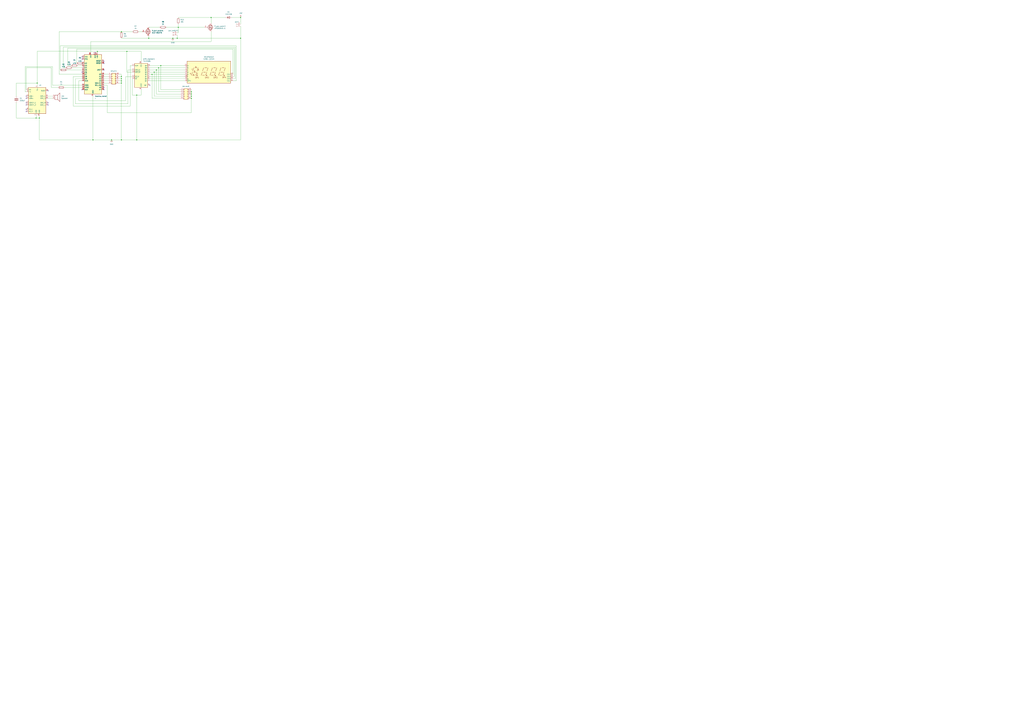
<source format=kicad_sch>
(kicad_sch (version 20230121) (generator eeschema)
  (paper "A0")
  (lib_symbols
    (symbol "74xx:74HC595"
      (property "Reference" "U" (at -7.62 13.97 0))
      (property "Value" "74HC595" (at -7.62 -16.51 0))
      (symbol "74HC595_1_0"
        (pin tri_state line (at 10.16 7.62 180) (length 2.54) (name "QB") (number "1"))
        (pin input line (at -10.16 2.54 0) (length 2.54) (name "~{SRCLR}") (number "10"))
        (pin input line (at -10.16 5.08 0) (length 2.54) (name "SRCLK") (number "11"))
        (pin input line (at -10.16 -2.54 0) (length 2.54) (name "RCLK") (number "12"))
        (pin input line (at -10.16 -5.08 0) (length 2.54) (name "~{OE}") (number "13"))
        (pin input line (at -10.16 10.16 0) (length 2.54) (name "SER") (number "14"))
        (pin tri_state line (at 10.16 10.16 180) (length 2.54) (name "QA") (number "15"))
        (pin power_in line (at 0 15.24 270) (length 2.54) (name "VCC") (number "16"))
        (pin tri_state line (at 10.16 5.08 180) (length 2.54) (name "QC") (number "2"))
        (pin tri_state line (at 10.16 2.54 180) (length 2.54) (name "QD") (number "3"))
        (pin tri_state line (at 10.16 0 180) (length 2.54) (name "QE") (number "4"))
        (pin tri_state line (at 10.16 -2.54 180) (length 2.54) (name "QF") (number "5"))
        (pin tri_state line (at 10.16 -5.08 180) (length 2.54) (name "QG") (number "6"))
        (pin tri_state line (at 10.16 -7.62 180) (length 2.54) (name "QH") (number "7"))
        (pin power_in line (at 0 -17.78 90) (length 2.54) (name "GND") (number "8"))
        (pin output line (at 10.16 -12.7 180) (length 2.54) (name "QH'") (number "9"))
      )
      (symbol "74HC595_1_1"
        (rectangle (start -7.62 12.7) (end 7.62 -15.24) (stroke (width 0.254)) (fill (type background)))
      )
    )
    (symbol "Connector:Conn_01x02_Pin" (pin_names (offset 1.016) hide)
      (property "Reference" "J" (at 0 2.54 0))
      (property "Value" "Conn_01x02_Pin" (at 0 -5.08 0))
      (symbol "Conn_01x02_Pin_1_1"
        (polyline (pts (xy 1.27 -2.54) (xy 0.8636 -2.54)) (stroke (width 0.1524)))
        (polyline (pts (xy 1.27 0) (xy 0.8636 0)) (stroke (width 0.1524)))
        (rectangle (start 0.8636 -2.413) (end 0 -2.667) (stroke (width 0.1524)) (fill (type outline)))
        (rectangle (start 0.8636 0.127) (end 0 -0.127) (stroke (width 0.1524)) (fill (type outline)))
        (pin passive line (at 5.08 0 180) (length 3.81) (name "Pin_1") (number "1"))
        (pin passive line (at 5.08 -2.54 180) (length 3.81) (name "Pin_2") (number "2"))
      )
    )
    (symbol "Connector:Conn_01x02_Socket" (pin_names (offset 1.016) hide)
      (property "Reference" "J" (at 0 2.54 0))
      (property "Value" "Conn_01x02_Socket" (at 0 -5.08 0))
      (symbol "Conn_01x02_Socket_1_1"
        (arc (start 0 -2.032) (mid -0.5058 -2.54) (end 0 -3.048) (stroke (width 0.1524)))
        (polyline (pts (xy -1.27 -2.54) (xy -0.508 -2.54)) (stroke (width 0.1524)))
        (polyline (pts (xy -1.27 0) (xy -0.508 0)) (stroke (width 0.1524)))
        (arc (start 0 0.508) (mid -0.5058 0) (end 0 -0.508) (stroke (width 0.1524)))
        (pin passive line (at -5.08 0 0) (length 3.81) (name "Pin_1") (number "1"))
        (pin passive line (at -5.08 -2.54 0) (length 3.81) (name "Pin_2") (number "2"))
      )
    )
    (symbol "Connector_Generic:Conn_02x05_Counter_Clockwise" (pin_names (offset 1.016) hide)
      (property "Reference" "J" (at 1.27 7.62 0))
      (property "Value" "Conn_02x05_Counter_Clockwise" (at 1.27 -7.62 0))
      (symbol "Conn_02x05_Counter_Clockwise_1_1"
        (rectangle (start -1.27 -4.953) (end 0 -5.207) (stroke (width 0.1524)))
        (rectangle (start -1.27 -2.413) (end 0 -2.667) (stroke (width 0.1524)))
        (rectangle (start -1.27 0.127) (end 0 -0.127) (stroke (width 0.1524)))
        (rectangle (start -1.27 2.667) (end 0 2.413) (stroke (width 0.1524)))
        (rectangle (start -1.27 5.207) (end 0 4.953) (stroke (width 0.1524)))
        (rectangle (start -1.27 6.35) (end 3.81 -6.35) (stroke (width 0.254)) (fill (type background)))
        (rectangle (start 3.81 -4.953) (end 2.54 -5.207) (stroke (width 0.1524)))
        (rectangle (start 3.81 -2.413) (end 2.54 -2.667) (stroke (width 0.1524)))
        (rectangle (start 3.81 0.127) (end 2.54 -0.127) (stroke (width 0.1524)))
        (rectangle (start 3.81 2.667) (end 2.54 2.413) (stroke (width 0.1524)))
        (rectangle (start 3.81 5.207) (end 2.54 4.953) (stroke (width 0.1524)))
        (pin passive line (at -5.08 5.08 0) (length 3.81) (name "Pin_1") (number "1"))
        (pin passive line (at 7.62 5.08 180) (length 3.81) (name "Pin_10") (number "10"))
        (pin passive line (at -5.08 2.54 0) (length 3.81) (name "Pin_2") (number "2"))
        (pin passive line (at -5.08 0 0) (length 3.81) (name "Pin_3") (number "3"))
        (pin passive line (at -5.08 -2.54 0) (length 3.81) (name "Pin_4") (number "4"))
        (pin passive line (at -5.08 -5.08 0) (length 3.81) (name "Pin_5") (number "5"))
        (pin passive line (at 7.62 -5.08 180) (length 3.81) (name "Pin_6") (number "6"))
        (pin passive line (at 7.62 -2.54 180) (length 3.81) (name "Pin_7") (number "7"))
        (pin passive line (at 7.62 0 180) (length 3.81) (name "Pin_8") (number "8"))
        (pin passive line (at 7.62 2.54 180) (length 3.81) (name "Pin_9") (number "9"))
      )
    )
    (symbol "Device:C" (pin_numbers hide) (pin_names (offset 0.254))
      (property "Reference" "C" (at 0.635 2.54 0))
      (property "Value" "C" (at 0.635 -2.54 0))
      (symbol "C_0_1"
        (polyline (pts (xy -2.032 -0.762) (xy 2.032 -0.762)) (stroke (width 0.508)))
        (polyline (pts (xy -2.032 0.762) (xy 2.032 0.762)) (stroke (width 0.508)))
      )
      (symbol "C_1_1"
        (pin passive line (at 0 3.81 270) (length 2.794) (name "~") (number "1"))
        (pin passive line (at 0 -3.81 90) (length 2.794) (name "~") (number "2"))
      )
    )
    (symbol "Device:R" (pin_numbers hide) (pin_names (offset 0))
      (property "Reference" "R" (at 2.032 0 90))
      (property "Value" "R" (at 0 0 90))
      (symbol "R_0_1"
        (rectangle (start -1.016 -2.54) (end 1.016 2.54) (stroke (width 0.254)))
      )
      (symbol "R_1_1"
        (pin passive line (at 0 3.81 270) (length 1.27) (name "~") (number "1"))
        (pin passive line (at 0 -3.81 90) (length 1.27) (name "~") (number "2"))
      )
    )
    (symbol "Device:Speaker" (pin_names (offset 0) hide)
      (property "Reference" "LS" (at 1.27 5.715 0))
      (property "Value" "Speaker" (at 1.27 3.81 0))
      (symbol "Speaker_0_0"
        (rectangle (start -2.54 1.27) (end 1.016 -3.81) (stroke (width 0.254)))
        (polyline (pts (xy 1.016 1.27) (xy 3.556 3.81) (xy 3.556 -6.35) (xy 1.016 -3.81)) (stroke (width 0.254)))
      )
      (symbol "Speaker_1_1"
        (pin input line (at -5.08 0 0) (length 2.54) (name "1") (number "1"))
        (pin input line (at -5.08 -2.54 0) (length 2.54) (name "2") (number "2"))
      )
    )
    (symbol "Diode:1N4148" (pin_numbers hide) (pin_names hide)
      (property "Reference" "D" (at 0 2.54 0))
      (property "Value" "1N4148" (at 0 -2.54 0))
      (symbol "1N4148_0_1"
        (polyline (pts (xy -1.27 1.27) (xy -1.27 -1.27)) (stroke (width 0.254)))
        (polyline (pts (xy 1.27 0) (xy -1.27 0)))
        (polyline (pts (xy 1.27 1.27) (xy 1.27 -1.27) (xy -1.27 0) (xy 1.27 1.27)) (stroke (width 0.254)))
      )
      (symbol "1N4148_1_1"
        (pin passive line (at -3.81 0 0) (length 2.54) (name "K") (number "1"))
        (pin passive line (at 3.81 0 180) (length 2.54) (name "A") (number "2"))
      )
    )
    (symbol "Display_Character:CA56-12EWA"
      (property "Reference" "U" (at -24.13 13.97 0))
      (property "Value" "CA56-12EWA" (at 19.05 13.97 0))
      (symbol "CA56-12EWA_0_0"
        (rectangle (start -25.4 12.7) (end 25.4 -12.7) (stroke (width 0.254)) (fill (type background)))
        (polyline (pts (xy -20.32 -3.81) (xy -19.05 0)) (stroke (width 0.254)))
        (polyline (pts (xy -19.05 -3.81) (xy -16.51 -3.81)) (stroke (width 0.254)))
        (polyline (pts (xy -18.796 1.27) (xy -17.526 5.08)) (stroke (width 0.254)))
        (polyline (pts (xy -17.78 0) (xy -15.24 0)) (stroke (width 0.254)))
        (polyline (pts (xy -16.256 5.08) (xy -13.716 5.08)) (stroke (width 0.254)))
        (polyline (pts (xy -15.24 -3.81) (xy -13.97 0)) (stroke (width 0.254)))
        (polyline (pts (xy -13.716 1.27) (xy -12.446 5.08)) (stroke (width 0.254)))
        (polyline (pts (xy -8.89 -3.81) (xy -7.62 0)) (stroke (width 0.254)))
        (polyline (pts (xy -7.62 -3.81) (xy -5.08 -3.81)) (stroke (width 0.254)))
        (polyline (pts (xy -7.366 1.27) (xy -6.096 5.08)) (stroke (width 0.254)))
        (polyline (pts (xy -6.35 0) (xy -3.81 0)) (stroke (width 0.254)))
        (polyline (pts (xy -4.826 5.08) (xy -2.286 5.08)) (stroke (width 0.254)))
        (polyline (pts (xy -3.81 -3.81) (xy -2.54 0)) (stroke (width 0.254)))
        (polyline (pts (xy -2.286 1.27) (xy -1.016 5.08)) (stroke (width 0.254)))
        (polyline (pts (xy 1.27 -3.81) (xy 2.54 0)) (stroke (width 0.254)))
        (polyline (pts (xy 2.54 -3.81) (xy 5.08 -3.81)) (stroke (width 0.254)))
        (polyline (pts (xy 2.794 1.27) (xy 4.064 5.08)) (stroke (width 0.254)))
        (polyline (pts (xy 3.81 0) (xy 6.35 0)) (stroke (width 0.254)))
        (polyline (pts (xy 5.334 5.08) (xy 7.874 5.08)) (stroke (width 0.254)))
        (polyline (pts (xy 6.35 -3.81) (xy 7.62 0)) (stroke (width 0.254)))
        (polyline (pts (xy 7.874 1.27) (xy 9.144 5.08)) (stroke (width 0.254)))
        (polyline (pts (xy 11.176 -3.81) (xy 12.446 0)) (stroke (width 0.254)))
        (polyline (pts (xy 12.446 -3.81) (xy 14.986 -3.81)) (stroke (width 0.254)))
        (polyline (pts (xy 12.7 1.27) (xy 13.97 5.08)) (stroke (width 0.254)))
        (polyline (pts (xy 13.716 0) (xy 16.256 0)) (stroke (width 0.254)))
        (polyline (pts (xy 15.24 5.08) (xy 17.78 5.08)) (stroke (width 0.254)))
        (polyline (pts (xy 16.256 -3.81) (xy 17.526 0)) (stroke (width 0.254)))
        (polyline (pts (xy 17.78 1.27) (xy 19.05 5.08)) (stroke (width 0.254)))
        (text "a" (at -15.24 6.35 0) (effects (font (size 1.524 1.524))))
        (text "b" (at -12.192 2.794 0) (effects (font (size 1.524 1.524))))
        (text "c" (at -13.208 -1.778 0) (effects (font (size 1.524 1.524))))
        (text "d" (at -17.78 -2.794 0) (effects (font (size 1.524 1.524))))
        (text "DP1" (at -13.716 -6.35 0) (effects (font (size 1.524 1.524))))
        (text "DP2" (at -2.286 -6.35 0) (effects (font (size 1.524 1.524))))
        (text "DP3" (at 7.62 -6.35 0) (effects (font (size 1.524 1.524))))
        (text "DP4" (at 17.78 -6.096 0) (effects (font (size 1.524 1.524))))
        (text "e" (at -21.336 -1.524 0) (effects (font (size 1.524 1.524))))
        (text "f" (at -19.558 3.048 0) (effects (font (size 1.524 1.524))))
        (text "g" (at -16.51 1.524 0) (effects (font (size 1.524 1.524))))
      )
      (symbol "CA56-12EWA_0_1"
        (circle (center -13.716 -3.81) (radius 0.3556) (stroke (width 0.254)) (fill (type outline)))
        (circle (center -2.54 -3.81) (radius 0.3556) (stroke (width 0.254)) (fill (type outline)))
      )
      (symbol "CA56-12EWA_1_0"
        (circle (center 7.62 -4.064) (radius 0.3556) (stroke (width 0.254)) (fill (type outline)))
        (circle (center 17.78 -3.81) (radius 0.3556) (stroke (width 0.254)) (fill (type outline)))
      )
      (symbol "CA56-12EWA_1_1"
        (pin input line (at -27.94 -2.54 0) (length 2.54) (name "e") (number "1"))
        (pin input line (at -27.94 -5.08 0) (length 2.54) (name "f") (number "10"))
        (pin input line (at -27.94 7.62 0) (length 2.54) (name "a") (number "11"))
        (pin input line (at 27.94 -2.54 180) (length 2.54) (name "CA1") (number "12"))
        (pin input line (at -27.94 0 0) (length 2.54) (name "d") (number "2"))
        (pin input line (at -27.94 -10.16 0) (length 2.54) (name "DPX") (number "3"))
        (pin input line (at -27.94 2.54 0) (length 2.54) (name "c") (number "4"))
        (pin input line (at -27.94 -7.62 0) (length 2.54) (name "g") (number "5"))
        (pin input line (at 27.94 -10.16 180) (length 2.54) (name "CA4") (number "6"))
        (pin input line (at -27.94 5.08 0) (length 2.54) (name "b") (number "7"))
        (pin input line (at 27.94 -7.62 180) (length 2.54) (name "CA3") (number "8"))
        (pin input line (at 27.94 -5.08 180) (length 2.54) (name "CA2") (number "9"))
      )
    )
    (symbol "MCU_Module:Arduino_Nano_Every"
      (property "Reference" "A" (at -10.16 23.495 0))
      (property "Value" "Arduino_Nano_Every" (at 5.08 -24.13 0))
      (symbol "Arduino_Nano_Every_0_1"
        (rectangle (start -10.16 22.86) (end 10.16 -22.86) (stroke (width 0.254)) (fill (type background)))
      )
      (symbol "Arduino_Nano_Every_1_1"
        (pin bidirectional line (at -12.7 20.32 0) (length 2.54) (name "TX1") (number "1"))
        (pin bidirectional line (at -12.7 0 0) (length 2.54) (name "D7") (number "10"))
        (pin bidirectional line (at -12.7 -2.54 0) (length 2.54) (name "D8") (number "11"))
        (pin bidirectional line (at -12.7 -5.08 0) (length 2.54) (name "D9") (number "12"))
        (pin bidirectional line (at -12.7 -7.62 0) (length 2.54) (name "D10") (number "13"))
        (pin bidirectional line (at -12.7 -12.7 0) (length 2.54) (name "MOSI") (number "14"))
        (pin bidirectional line (at -12.7 -15.24 0) (length 2.54) (name "MISO") (number "15"))
        (pin bidirectional line (at -12.7 -17.78 0) (length 2.54) (name "SCK") (number "16"))
        (pin power_out line (at 2.54 25.4 270) (length 2.54) (name "3V3") (number "17"))
        (pin input line (at 12.7 5.08 180) (length 2.54) (name "AREF") (number "18"))
        (pin bidirectional line (at 12.7 0 180) (length 2.54) (name "A0") (number "19"))
        (pin bidirectional line (at -12.7 17.78 0) (length 2.54) (name "RX1") (number "2"))
        (pin bidirectional line (at 12.7 -2.54 180) (length 2.54) (name "A1") (number "20"))
        (pin bidirectional line (at 12.7 -5.08 180) (length 2.54) (name "A2") (number "21"))
        (pin bidirectional line (at 12.7 -7.62 180) (length 2.54) (name "A3") (number "22"))
        (pin bidirectional line (at 12.7 -10.16 180) (length 2.54) (name "SDA/A4") (number "23"))
        (pin bidirectional line (at 12.7 -12.7 180) (length 2.54) (name "SCL/A5") (number "24"))
        (pin bidirectional line (at 12.7 -15.24 180) (length 2.54) (name "A6") (number "25"))
        (pin bidirectional line (at 12.7 -17.78 180) (length 2.54) (name "A7") (number "26"))
        (pin power_out line (at 5.08 25.4 270) (length 2.54) (name "+5V") (number "27"))
        (pin input line (at 12.7 12.7 180) (length 2.54) (name "~{RESET}") (number "28"))
        (pin passive line (at 0 -25.4 90) (length 2.54) hide (name "GND") (number "29"))
        (pin input line (at 12.7 15.24 180) (length 2.54) (name "~{RESET}") (number "3"))
        (pin power_in line (at -2.54 25.4 270) (length 2.54) (name "VIN") (number "30"))
        (pin power_in line (at 0 -25.4 90) (length 2.54) (name "GND") (number "4"))
        (pin bidirectional line (at -12.7 12.7 0) (length 2.54) (name "D2") (number "5"))
        (pin bidirectional line (at -12.7 10.16 0) (length 2.54) (name "D3") (number "6"))
        (pin bidirectional line (at -12.7 7.62 0) (length 2.54) (name "D4") (number "7"))
        (pin bidirectional line (at -12.7 5.08 0) (length 2.54) (name "D5") (number "8"))
        (pin bidirectional line (at -12.7 2.54 0) (length 2.54) (name "D6") (number "9"))
      )
    )
    (symbol "Transistor_FET:2N7000" (pin_names hide)
      (property "Reference" "Q" (at 5.08 1.905 0))
      (property "Value" "2N7000" (at 5.08 0 0))
      (symbol "2N7000_0_1"
        (polyline (pts (xy 0.254 0) (xy -2.54 0)))
        (polyline (pts (xy 0.254 1.905) (xy 0.254 -1.905)) (stroke (width 0.254)))
        (polyline (pts (xy 0.762 -1.27) (xy 0.762 -2.286)) (stroke (width 0.254)))
        (polyline (pts (xy 0.762 0.508) (xy 0.762 -0.508)) (stroke (width 0.254)))
        (polyline (pts (xy 0.762 2.286) (xy 0.762 1.27)) (stroke (width 0.254)))
        (polyline (pts (xy 2.54 2.54) (xy 2.54 1.778)))
        (polyline (pts (xy 2.54 -2.54) (xy 2.54 0) (xy 0.762 0)))
        (polyline (pts (xy 0.762 -1.778) (xy 3.302 -1.778) (xy 3.302 1.778) (xy 0.762 1.778)))
        (polyline (pts (xy 1.016 0) (xy 2.032 0.381) (xy 2.032 -0.381) (xy 1.016 0)) (fill (type outline)))
        (polyline (pts (xy 2.794 0.508) (xy 2.921 0.381) (xy 3.683 0.381) (xy 3.81 0.254)))
        (polyline (pts (xy 3.302 0.381) (xy 2.921 -0.254) (xy 3.683 -0.254) (xy 3.302 0.381)))
        (circle (center 1.651 0) (radius 2.794) (stroke (width 0.254)))
        (circle (center 2.54 -1.778) (radius 0.254) (fill (type outline)))
        (circle (center 2.54 1.778) (radius 0.254) (fill (type outline)))
      )
      (symbol "2N7000_1_1"
        (pin passive line (at 2.54 -5.08 90) (length 2.54) (name "S") (number "1"))
        (pin input line (at -5.08 0 0) (length 2.54) (name "G") (number "2"))
        (pin passive line (at 2.54 5.08 270) (length 2.54) (name "D") (number "3"))
      )
    )
    (symbol "Transistor_FET:BS250" (pin_names hide)
      (property "Reference" "Q" (at 5.08 1.905 0))
      (property "Value" "BS250" (at 5.08 0 0))
      (symbol "BS250_0_1"
        (polyline (pts (xy 0.254 0) (xy -2.54 0)))
        (polyline (pts (xy 0.254 1.905) (xy 0.254 -1.905)) (stroke (width 0.254)))
        (polyline (pts (xy 0.762 -1.27) (xy 0.762 -2.286)) (stroke (width 0.254)))
        (polyline (pts (xy 0.762 0.508) (xy 0.762 -0.508)) (stroke (width 0.254)))
        (polyline (pts (xy 0.762 2.286) (xy 0.762 1.27)) (stroke (width 0.254)))
        (polyline (pts (xy 2.54 2.54) (xy 2.54 1.778)))
        (polyline (pts (xy 2.54 -2.54) (xy 2.54 0) (xy 0.762 0)))
        (polyline (pts (xy 0.762 1.778) (xy 3.302 1.778) (xy 3.302 -1.778) (xy 0.762 -1.778)))
        (polyline (pts (xy 2.286 0) (xy 1.27 0.381) (xy 1.27 -0.381) (xy 2.286 0)) (fill (type outline)))
        (polyline (pts (xy 2.794 -0.508) (xy 2.921 -0.381) (xy 3.683 -0.381) (xy 3.81 -0.254)))
        (polyline (pts (xy 3.302 -0.381) (xy 2.921 0.254) (xy 3.683 0.254) (xy 3.302 -0.381)))
        (circle (center 1.651 0) (radius 2.794) (stroke (width 0.254)))
        (circle (center 2.54 -1.778) (radius 0.254) (fill (type outline)))
        (circle (center 2.54 1.778) (radius 0.254) (fill (type outline)))
      )
      (symbol "BS250_1_1"
        (pin passive line (at 2.54 5.08 270) (length 2.54) (name "D") (number "1"))
        (pin input line (at -5.08 0 0) (length 2.54) (name "G") (number "2"))
        (pin passive line (at 2.54 -5.08 90) (length 2.54) (name "S") (number "3"))
      )
    )
    (symbol "aurel_lib:DFPlayerMini" (in_bom no) (on_board no)
      (property "Reference" "U" (at -24.13 -2.54 0))
      (symbol "DFPlayerMini_0_1"
        (rectangle (start -13.97 20.32) (end 6.35 -10.16) (stroke (width 0.254)) (fill (type background)))
      )
      (symbol "DFPlayerMini_1_1"
        (pin power_in line (at -3.81 22.86 270) (length 2.54) (name "Vcc") (number "1"))
        (pin power_in line (at -1.27 -12.7 90) (length 2.54) (name "GND") (number "10"))
        (pin input line (at -16.51 -7.62 0) (length 2.54) (name "IO_2") (number "11"))
        (pin input line (at -16.51 2.54 0) (length 2.54) (name "ADKEY_1") (number "12"))
        (pin input line (at -16.51 0 0) (length 2.54) (name "ADKEY_2") (number "13"))
        (pin input line (at -16.51 7.62 0) (length 2.54) (name "USB+") (number "14"))
        (pin input line (at -16.51 10.16 0) (length 2.54) (name "USB-") (number "15"))
        (pin output line (at 8.89 16.51 180) (length 2.54) (name "BUSY") (number "16"))
        (pin input line (at -16.51 17.78 0) (length 2.54) (name "RX") (number "2"))
        (pin input line (at -16.51 15.24 0) (length 2.54) (name "TX") (number "3"))
        (pin output line (at 8.89 2.54 180) (length 2.54) (name "DAC_R") (number "4"))
        (pin output line (at 8.89 0 180) (length 2.54) (name "DAC_L") (number "5"))
        (pin output line (at 8.89 10.16 180) (length 2.54) (name "SPK_1") (number "6"))
        (pin power_in line (at -5.08 -12.7 90) (length 2.54) (name "GND") (number "7"))
        (pin output line (at 8.89 7.62 180) (length 2.54) (name "SPK_2") (number "8"))
        (pin input line (at -16.51 -5.08 0) (length 2.54) (name "IO_1") (number "9"))
      )
    )
    (symbol "power:+6V" (power) (pin_names (offset 0))
      (property "Value" "+6V" (at 0 3.556 0))
      (symbol "+6V_0_1"
        (polyline (pts (xy -0.762 1.27) (xy 0 2.54)))
        (polyline (pts (xy 0 0) (xy 0 2.54)))
        (polyline (pts (xy 0 2.54) (xy 0.762 1.27)))
      )
      (symbol "+6V_1_1"
        (pin power_in line (at 0 0 90) (length 0) hide (name "+6V") (number "1"))
      )
    )
    (symbol "power:GND" (power) (pin_names (offset 0))
      (property "Value" "GND" (at 0 -3.81 0))
      (symbol "GND_0_1"
        (polyline (pts (xy 0 0) (xy 0 -1.27) (xy 1.27 -1.27) (xy 0 -2.54) (xy -1.27 -1.27) (xy 0 -1.27)))
      )
      (symbol "GND_1_1"
        (pin power_in line (at 0 0 270) (length 0) hide (name "GND") (number "1"))
      )
    )
  )
  (junction (at 147.32 59.69))
  (junction (at 186.69 76.2))
  (junction (at 172.72 44.45))
  (junction (at 200.66 44.45))
  (junction (at 129.54 162.56))
  (junction (at 158.75 162.56))
  (junction (at 222.25 114.3))
  (junction (at 140.97 88.9))
  (junction (at 43.18 96.52))
  (junction (at 181.61 81.28))
  (junction (at 184.15 78.74))
  (junction (at 140.97 91.44))
  (junction (at 113.03 59.69))
  (junction (at 41.91 137.16))
  (junction (at 245.11 20.32))
  (junction (at 179.07 83.82))
  (junction (at 176.53 86.36))
  (junction (at 222.25 109.22))
  (junction (at 107.95 162.56))
  (junction (at 140.97 93.98))
  (junction (at 140.97 162.56))
  (junction (at 207.01 31.75))
  (junction (at 279.4 20.32))
  (junction (at 140.97 96.52))
  (junction (at 45.72 137.16))
  (junction (at 158.75 110.49))
  (junction (at 222.25 111.76))
  (junction (at 205.74 44.45))
  (junction (at 222.25 106.68))
  (junction (at 140.97 36.83))
  (junction (at 279.4 44.45))
  (no_connect (at 55.88 119.38))
  (no_connect (at 30.48 129.54))
  (no_connect (at 95.25 68.58))
  (no_connect (at 30.48 114.3))
  (no_connect (at 120.65 73.66))
  (no_connect (at 55.88 121.92))
  (no_connect (at 30.48 127))
  (no_connect (at 120.65 71.12))
  (no_connect (at 95.25 83.82))
  (no_connect (at 120.65 81.28))
  (no_connect (at 120.65 101.6))
  (no_connect (at 173.99 99.06))
  (no_connect (at 55.88 105.41))
  (no_connect (at 30.48 121.92))
  (no_connect (at 120.65 104.14))
  (no_connect (at 110.49 60.96))
  (no_connect (at 95.25 104.14))
  (no_connect (at 95.25 66.04))
  (no_connect (at 30.48 119.38))
  (no_connect (at 30.48 111.76))
  (wire (pts (xy 19.05 137.16) (xy 41.91 137.16)))
  (wire (pts (xy 120.65 91.44) (xy 125.73 91.44)))
  (wire (pts (xy 77.47 81.28) (xy 95.25 81.28)))
  (wire (pts (xy 68.58 36.83) (xy 140.97 36.83)))
  (wire (pts (xy 19.05 119.38) (xy 19.05 137.16)))
  (wire (pts (xy 43.18 96.52) (xy 43.18 59.69)))
  (wire (pts (xy 193.04 31.75) (xy 207.01 31.75)))
  (wire (pts (xy 273.05 54.61) (xy 273.05 91.44)))
  (wire (pts (xy 69.85 53.34) (xy 69.85 81.28)))
  (wire (pts (xy 151.13 76.2) (xy 151.13 123.19)))
  (wire (pts (xy 181.61 109.22) (xy 209.55 109.22)))
  (wire (pts (xy 148.59 81.28) (xy 148.59 120.65)))
  (wire (pts (xy 173.99 86.36) (xy 176.53 86.36)))
  (wire (pts (xy 45.72 134.62) (xy 45.72 137.16)))
  (wire (pts (xy 87.63 91.44) (xy 95.25 91.44)))
  (wire (pts (xy 173.99 83.82) (xy 179.07 83.82)))
  (wire (pts (xy 45.72 137.16) (xy 45.72 162.56)))
  (wire (pts (xy 73.66 78.74) (xy 76.2 78.74)))
  (wire (pts (xy 173.99 88.9) (xy 214.63 88.9)))
  (wire (pts (xy 19.05 96.52) (xy 43.18 96.52)))
  (wire (pts (xy 78.74 76.2) (xy 82.55 76.2)))
  (wire (pts (xy 73.66 54.61) (xy 73.66 78.74)))
  (wire (pts (xy 222.25 130.81) (xy 124.46 130.81)))
  (wire (pts (xy 222.25 104.14) (xy 222.25 106.68)))
  (wire (pts (xy 138.43 88.9) (xy 140.97 88.9)))
  (wire (pts (xy 222.25 106.68) (xy 222.25 109.22)))
  (wire (pts (xy 140.97 36.83) (xy 153.67 36.83)))
  (wire (pts (xy 205.74 40.64) (xy 205.74 44.45)))
  (wire (pts (xy 207.01 31.75) (xy 237.49 31.75)))
  (wire (pts (xy 279.4 20.32) (xy 279.4 27.94)))
  (wire (pts (xy 163.83 110.49) (xy 158.75 110.49)))
  (wire (pts (xy 43.18 59.69) (xy 113.03 59.69)))
  (wire (pts (xy 140.97 44.45) (xy 172.72 44.45)))
  (wire (pts (xy 148.59 120.65) (xy 87.63 120.65)))
  (wire (pts (xy 43.18 99.06) (xy 43.18 96.52)))
  (wire (pts (xy 207.01 20.32) (xy 245.11 20.32)))
  (wire (pts (xy 41.91 137.16) (xy 45.72 137.16)))
  (wire (pts (xy 279.4 30.48) (xy 279.4 44.45)))
  (wire (pts (xy 85.09 88.9) (xy 95.25 88.9)))
  (wire (pts (xy 158.75 162.56) (xy 140.97 162.56)))
  (wire (pts (xy 68.58 36.83) (xy 68.58 86.36)))
  (wire (pts (xy 88.9 57.15) (xy 88.9 73.66)))
  (wire (pts (xy 91.44 93.98) (xy 95.25 93.98)))
  (wire (pts (xy 279.4 44.45) (xy 205.74 44.45)))
  (wire (pts (xy 140.97 86.36) (xy 140.97 88.9)))
  (wire (pts (xy 173.99 81.28) (xy 181.61 81.28)))
  (wire (pts (xy 147.32 59.69) (xy 163.83 59.69)))
  (wire (pts (xy 55.88 111.76) (xy 60.96 111.76)))
  (wire (pts (xy 151.13 123.19) (xy 85.09 123.19)))
  (wire (pts (xy 161.29 36.83) (xy 165.1 36.83)))
  (wire (pts (xy 95.25 86.36) (xy 68.58 86.36)))
  (wire (pts (xy 176.53 86.36) (xy 176.53 114.3)))
  (wire (pts (xy 274.32 53.34) (xy 274.32 93.98)))
  (wire (pts (xy 273.05 91.44) (xy 270.51 91.44)))
  (wire (pts (xy 140.97 91.44) (xy 140.97 93.98)))
  (wire (pts (xy 124.46 99.06) (xy 120.65 99.06)))
  (wire (pts (xy 172.72 44.45) (xy 200.66 44.45)))
  (wire (pts (xy 120.65 93.98) (xy 125.73 93.98)))
  (wire (pts (xy 153.67 110.49) (xy 158.75 110.49)))
  (wire (pts (xy 269.24 20.32) (xy 279.4 20.32)))
  (wire (pts (xy 120.65 86.36) (xy 125.73 86.36)))
  (wire (pts (xy 207.01 38.1) (xy 205.74 38.1)))
  (wire (pts (xy 73.66 54.61) (xy 273.05 54.61)))
  (wire (pts (xy 146.05 88.9) (xy 146.05 116.84)))
  (wire (pts (xy 270.51 57.15) (xy 270.51 86.36)))
  (wire (pts (xy 245.11 20.32) (xy 261.62 20.32)))
  (wire (pts (xy 186.69 76.2) (xy 186.69 104.14)))
  (wire (pts (xy 95.25 101.6) (xy 74.93 101.6)))
  (wire (pts (xy 153.67 81.28) (xy 148.59 81.28)))
  (wire (pts (xy 120.65 88.9) (xy 125.73 88.9)))
  (wire (pts (xy 138.43 96.52) (xy 140.97 96.52)))
  (wire (pts (xy 113.03 59.69) (xy 113.03 60.96)))
  (wire (pts (xy 95.25 99.06) (xy 60.96 99.06)))
  (wire (pts (xy 140.97 96.52) (xy 140.97 162.56)))
  (wire (pts (xy 181.61 81.28) (xy 214.63 81.28)))
  (wire (pts (xy 179.07 111.76) (xy 209.55 111.76)))
  (wire (pts (xy 107.95 111.76) (xy 107.95 162.56)))
  (wire (pts (xy 87.63 120.65) (xy 87.63 91.44)))
  (wire (pts (xy 59.69 101.6) (xy 59.69 78.74)))
  (wire (pts (xy 181.61 81.28) (xy 181.61 109.22)))
  (wire (pts (xy 78.74 55.88) (xy 271.78 55.88)))
  (wire (pts (xy 83.82 78.74) (xy 95.25 78.74)))
  (wire (pts (xy 173.99 91.44) (xy 214.63 91.44)))
  (wire (pts (xy 173.99 76.2) (xy 186.69 76.2)))
  (wire (pts (xy 19.05 111.76) (xy 19.05 96.52)))
  (wire (pts (xy 91.44 116.84) (xy 91.44 93.98)))
  (wire (pts (xy 105.41 48.26) (xy 105.41 60.96)))
  (wire (pts (xy 173.99 93.98) (xy 214.63 93.98)))
  (wire (pts (xy 222.25 109.22) (xy 222.25 111.76)))
  (wire (pts (xy 140.97 93.98) (xy 140.97 96.52)))
  (wire (pts (xy 124.46 130.81) (xy 124.46 99.06)))
  (wire (pts (xy 153.67 83.82) (xy 147.32 83.82)))
  (wire (pts (xy 207.01 31.75) (xy 207.01 38.1)))
  (wire (pts (xy 30.48 78.74) (xy 30.48 104.14)))
  (wire (pts (xy 207.01 27.94) (xy 207.01 31.75)))
  (wire (pts (xy 153.67 76.2) (xy 151.13 76.2)))
  (wire (pts (xy 147.32 59.69) (xy 147.32 83.82)))
  (wire (pts (xy 138.43 93.98) (xy 140.97 93.98)))
  (wire (pts (xy 176.53 114.3) (xy 209.55 114.3)))
  (wire (pts (xy 173.99 78.74) (xy 184.15 78.74)))
  (wire (pts (xy 186.69 76.2) (xy 214.63 76.2)))
  (wire (pts (xy 138.43 86.36) (xy 140.97 86.36)))
  (wire (pts (xy 163.83 59.69) (xy 163.83 71.12)))
  (wire (pts (xy 29.21 77.47) (xy 60.96 77.47)))
  (wire (pts (xy 222.25 130.81) (xy 222.25 114.3)))
  (wire (pts (xy 245.11 48.26) (xy 245.11 36.83)))
  (wire (pts (xy 184.15 78.74) (xy 184.15 106.68)))
  (wire (pts (xy 140.97 88.9) (xy 140.97 91.44)))
  (wire (pts (xy 271.78 55.88) (xy 271.78 88.9)))
  (wire (pts (xy 59.69 78.74) (xy 30.48 78.74)))
  (wire (pts (xy 90.17 76.2) (xy 95.25 76.2)))
  (wire (pts (xy 41.91 134.62) (xy 41.91 137.16)))
  (wire (pts (xy 172.72 31.75) (xy 185.42 31.75)))
  (wire (pts (xy 120.65 96.52) (xy 125.73 96.52)))
  (wire (pts (xy 186.69 104.14) (xy 209.55 104.14)))
  (wire (pts (xy 113.03 59.69) (xy 147.32 59.69)))
  (wire (pts (xy 45.72 162.56) (xy 107.95 162.56)))
  (wire (pts (xy 271.78 88.9) (xy 270.51 88.9)))
  (wire (pts (xy 279.4 162.56) (xy 158.75 162.56)))
  (wire (pts (xy 60.96 99.06) (xy 60.96 77.47)))
  (wire (pts (xy 205.74 44.45) (xy 200.66 44.45)))
  (wire (pts (xy 29.21 106.68) (xy 30.48 106.68)))
  (wire (pts (xy 88.9 57.15) (xy 270.51 57.15)))
  (wire (pts (xy 179.07 83.82) (xy 179.07 111.76)))
  (wire (pts (xy 96.52 73.66) (xy 95.25 73.66)))
  (wire (pts (xy 163.83 104.14) (xy 163.83 110.49)))
  (wire (pts (xy 67.31 101.6) (xy 59.69 101.6)))
  (wire (pts (xy 105.41 48.26) (xy 245.11 48.26)))
  (wire (pts (xy 107.95 162.56) (xy 129.54 162.56)))
  (wire (pts (xy 29.21 77.47) (xy 29.21 106.68)))
  (wire (pts (xy 158.75 110.49) (xy 158.75 162.56)))
  (wire (pts (xy 153.67 91.44) (xy 153.67 110.49)))
  (wire (pts (xy 179.07 83.82) (xy 214.63 83.82)))
  (wire (pts (xy 279.4 44.45) (xy 279.4 162.56)))
  (wire (pts (xy 184.15 78.74) (xy 214.63 78.74)))
  (wire (pts (xy 55.88 114.3) (xy 60.96 114.3)))
  (wire (pts (xy 146.05 116.84) (xy 91.44 116.84)))
  (wire (pts (xy 140.97 162.56) (xy 129.54 162.56)))
  (wire (pts (xy 184.15 106.68) (xy 209.55 106.68)))
  (wire (pts (xy 245.11 20.32) (xy 245.11 26.67)))
  (wire (pts (xy 176.53 86.36) (xy 214.63 86.36)))
  (wire (pts (xy 69.85 53.34) (xy 274.32 53.34)))
  (wire (pts (xy 274.32 93.98) (xy 270.51 93.98)))
  (wire (pts (xy 138.43 91.44) (xy 140.97 91.44)))
  (wire (pts (xy 172.72 41.91) (xy 172.72 44.45)))
  (wire (pts (xy 222.25 111.76) (xy 222.25 114.3)))
  (wire (pts (xy 78.74 55.88) (xy 78.74 76.2)))
  (wire (pts (xy 85.09 123.19) (xy 85.09 88.9)))
  (wire (pts (xy 153.67 88.9) (xy 146.05 88.9)))
  (symbol (lib_id "Diode:1N4148") (at 265.43 20.32 0) (unit 1)
    (property "Reference" "D1" (at 265.43 13.97 0))
    (property "Value" "1N4148" (at 265.43 16.51 0))
    (property "Footprint" "Diode_THT:D_DO-35_SOD27_P7.62mm_Horizontal" (effects hide))
    (property "Datasheet" "https://assets.nexperia.com/documents/data-sheet/1N4148_1N4448.pdf" (effects hide))
    (property "Sim.Device" "D" (effects hide))
    (property "Sim.Pins" "1=K 2=A" (effects hide))
  )
  (symbol (lib_id "MCU_Module:Arduino_Nano_Every") (at 107.95 86.36 0) (unit 1)
    (property "Reference" "Arduino_nano1" (at 110.1441 111.76 0) (effects (justify left)))
    (property "Value" "~" (at 110.1441 114.3 0) (effects (justify left)))
    (property "Footprint" "Module:Arduino_Nano" (effects hide))
    (property "Datasheet" "https://content.arduino.cc/assets/NANOEveryV3.0_sch.pdf" (effects hide))
  )
  (symbol (lib_id "Device:R") (at 71.12 101.6 90) (unit 1)
    (property "Reference" "R1" (at 71.12 95.25 90))
    (property "Value" "1k" (at 71.12 97.79 90))
  )
  (symbol (lib_id "Device:R") (at 207.01 24.13 0) (unit 1)
    (property "Reference" "R13" (at 209.55 22.86 0) (effects (justify left)))
    (property "Value" "10k" (at 209.55 25.4 0) (effects (justify left)))
  )
  (symbol (lib_id "Transistor_FET:BS250") (at 242.57 31.75 0) (unit 1)
    (property "Reference" "P_pwr_swtch1" (at 248.92 30.48 0) (effects (justify left)))
    (property "Value" "VP3203N3-G" (at 248.92 33.02 0) (effects (justify left)))
    (property "Footprint" "Package_TO_SOT_THT:TO-92_Inline" (effects hide))
    (property "Datasheet" "http://www.vishay.com/docs/70209/70209.pdf" (effects hide))
  )
  (symbol (lib_id "Connector_Generic:Conn_02x05_Counter_Clockwise") (at 130.81 91.44 0) (unit 1)
    (property "Reference" "btn_in1" (at 132.08 82.55 0))
    (property "Value" "~" (at 132.08 82.55 0))
    (property "Footprint" "Connector_PinHeader_2.54mm:PinHeader_2x05_P2.54mm_Vertical" (effects hide))
  )
  (symbol (lib_id "74xx:74HC595") (at 163.83 86.36 0) (unit 1)
    (property "Reference" "shift_register1" (at 166.0241 68.58 0) (effects (justify left)))
    (property "Value" "74HC595" (at 166.0241 71.12 0) (effects (justify left)))
    (property "Footprint" "Package_DIP:DIP-16_W7.62mm" (effects hide))
    (property "Datasheet" "http://www.ti.com/lit/ds/symlink/sn74hc595.pdf" (effects hide))
  )
  (symbol (lib_id "Device:R") (at 80.01 78.74 90) (unit 1)
    (property "Reference" "R3" (at 80.01 72.39 90))
    (property "Value" "470" (at 80.01 74.93 90))
    (property "Footprint" "Resistor_THT:R_Axial_DIN0204_L3.6mm_D1.6mm_P1.90mm_Vertical" (effects hide))
  )
  (symbol (lib_id "Connector_Generic:Conn_02x05_Counter_Clockwise") (at 214.63 109.22 0) (unit 1)
    (property "Reference" "btn_out1" (at 215.9 100.33 0))
    (property "Value" "~" (at 215.9 100.33 0))
    (property "Footprint" "Connector_PinHeader_2.54mm:PinHeader_2x05_P2.54mm_Vertical" (effects hide))
  )
  (symbol (lib_id "Connector:Conn_01x02_Socket") (at 274.32 30.48 180) (unit 1)
    (property "Reference" "pwr1" (at 274.955 25.4 0))
    (property "Value" "Conn_01x02_Socket" (effects hide))
    (property "Footprint" "Connector_PinSocket_1.27mm:PinSocket_1x02_P1.27mm_Vertical" (effects hide))
  )
  (symbol (lib_id "Device:R") (at 92.71 73.66 90) (unit 1)
    (property "Reference" "R5" (at 92.71 67.31 90))
    (property "Value" "470" (at 92.71 71.12 90))
    (property "Footprint" "Resistor_THT:R_Axial_DIN0204_L3.6mm_D1.6mm_P1.90mm_Vertical" (effects hide))
  )
  (symbol (lib_id "power:GND") (at 129.54 162.56 0) (unit 1)
    (property "Reference" "#PWR01" (effects hide))
    (property "Value" "GND" (at 129.54 167.64 0))
  )
  (symbol (lib_id "Device:R") (at 86.36 76.2 90) (unit 1)
    (property "Reference" "R4" (at 86.36 69.85 90))
    (property "Value" "470" (at 86.36 73.66 90))
    (property "Footprint" "Resistor_THT:R_Axial_DIN0204_L3.6mm_D1.6mm_P1.90mm_Vertical" (effects hide))
  )
  (symbol (lib_id "Connector:Conn_01x02_Pin") (at 200.66 38.1 0) (unit 1)
    (property "Reference" "pwr_switch1" (at 201.295 35.56 0))
    (property "Value" "~" (at 202.565 36.83 90) (effects (justify left)))
    (property "Footprint" "Connector_PinHeader_2.54mm:PinHeader_1x02_P2.54mm_Vertical" (effects hide))
  )
  (symbol (lib_id "Transistor_FET:2N7000") (at 170.18 36.83 0) (unit 1)
    (property "Reference" "N_pwr_swtch1" (at 176.53 35.56 0) (effects (justify left)))
    (property "Value" "512-BS270" (at 176.53 38.1 0) (effects (justify left)))
    (property "Footprint" "Package_TO_SOT_THT:TO-92" (effects hide))
    (property "Datasheet" "https://www.vishay.com/docs/70226/70226.pdf" (effects hide))
  )
  (symbol (lib_id "power:+6V") (at 279.4 20.32 0) (unit 1)
    (property "Reference" "#PWR03" (effects hide))
    (property "Value" "+6V" (at 279.4 15.24 0))
  )
  (symbol (lib_id "Device:R") (at 157.48 36.83 90) (unit 1)
    (property "Reference" "R7" (at 157.48 30.48 90))
    (property "Value" "1k" (at 157.48 33.02 90))
  )
  (symbol (lib_id "aurel_lib:DFPlayerMini") (at 46.99 121.92 0) (unit 1) (in_bom no) (on_board no)
    (property "Reference" "U1" (at 45.3741 99.06 0) (effects (justify left)))
    (property "Value" "~" (at 46.99 121.92 0))
  )
  (symbol (lib_id "Device:R") (at 140.97 40.64 0) (unit 1)
    (property "Reference" "R6" (at 143.51 39.37 0) (effects (justify left)))
    (property "Value" "10k" (at 143.51 41.91 0) (effects (justify left)))
  )
  (symbol (lib_id "Device:Speaker") (at 66.04 111.76 0) (unit 1)
    (property "Reference" "LS1" (at 71.12 111.76 0) (effects (justify left)))
    (property "Value" "Speaker" (at 71.12 114.3 0) (effects (justify left)))
  )
  (symbol (lib_id "Device:R") (at 189.23 31.75 90) (unit 1)
    (property "Reference" "R8" (at 189.23 25.4 90))
    (property "Value" "1k" (at 189.23 27.94 90))
  )
  (symbol (lib_id "Device:R") (at 73.66 81.28 90) (unit 1)
    (property "Reference" "R2" (at 73.66 74.93 90))
    (property "Value" "470" (at 73.66 77.47 90))
    (property "Footprint" "Resistor_THT:R_Axial_DIN0204_L3.6mm_D1.6mm_P1.90mm_Vertical" (effects hide))
  )
  (symbol (lib_id "Device:C") (at 19.05 115.57 0) (unit 1)
    (property "Reference" "C1" (at 22.86 114.3 0) (effects (justify left)))
    (property "Value" "220uF" (at 22.86 116.84 0) (effects (justify left)))
  )
  (symbol (lib_id "power:GND") (at 200.66 44.45 0) (unit 1)
    (property "Reference" "#PWR02" (effects hide))
    (property "Value" "GND" (at 200.66 49.53 0))
  )
  (symbol (lib_id "Display_Character:CA56-12EWA") (at 242.57 83.82 0) (unit 1)
    (property "Reference" "led_display1" (at 242.57 66.04 0))
    (property "Value" "CA56-12EWA" (at 242.57 68.58 0))
    (property "Footprint" "Display_7Segment:CA56-12EWA" (effects hide))
    (property "Datasheet" "http://www.kingbrightusa.com/images/catalog/SPEC/CA56-12EWA.pdf" (effects hide))
  )
)
</source>
